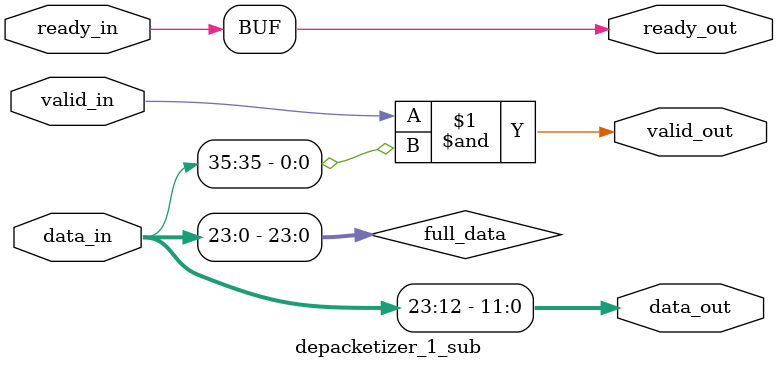
<source format=sv>
/*
 * function : take in packets and spit out data only (strip control)
 * author   : Mohamed S. Abdelfattah
 * date     : 5-OCT-2015
 */

module depacketizer_1_sub
#(
	parameter WIDTH_PKT = 36,
	parameter WIDTH_DATA = 12,
	parameter VC_ADDRESS_WIDTH = 1,
	parameter ADDRESS_WIDTH = 4
)
(
	input [WIDTH_PKT-1:0] data_in,
	input                 valid_in,
	output                ready_out,
	
	output [WIDTH_DATA-1:0] data_out,
	output                  valid_out,
	input                   ready_in
);

localparam WIDTH_FLIT = WIDTH_PKT/2;
localparam DATA_POS_HEAD = WIDTH_PKT - 3 - VC_ADDRESS_WIDTH - ADDRESS_WIDTH - 1;
localparam DATA_POS_TAIL = WIDTH_PKT - WIDTH_FLIT - 3 - VC_ADDRESS_WIDTH - 1;

localparam WIDTH_DATA_IDL = WIDTH_PKT - 3*2 -2*VC_ADDRESS_WIDTH - ADDRESS_WIDTH;
localparam EXTRA_BITS = WIDTH_DATA_IDL - WIDTH_DATA;

localparam VALID_POS_HEAD = WIDTH_PKT - 1;

wire [WIDTH_DATA_IDL-1:0] full_data;


//------------------------------------------------------------------------
// Implementation
//------------------------------------------------------------------------

assign ready_out = ready_in;
assign valid_out = valid_in & data_in[VALID_POS_HEAD];


//here we need to strip all the control bits and concat data back together
assign full_data = {
		data_in[DATA_POS_HEAD : 0]
};

assign data_out = full_data[WIDTH_DATA_IDL-1 -: WIDTH_DATA];


endmodule

</source>
